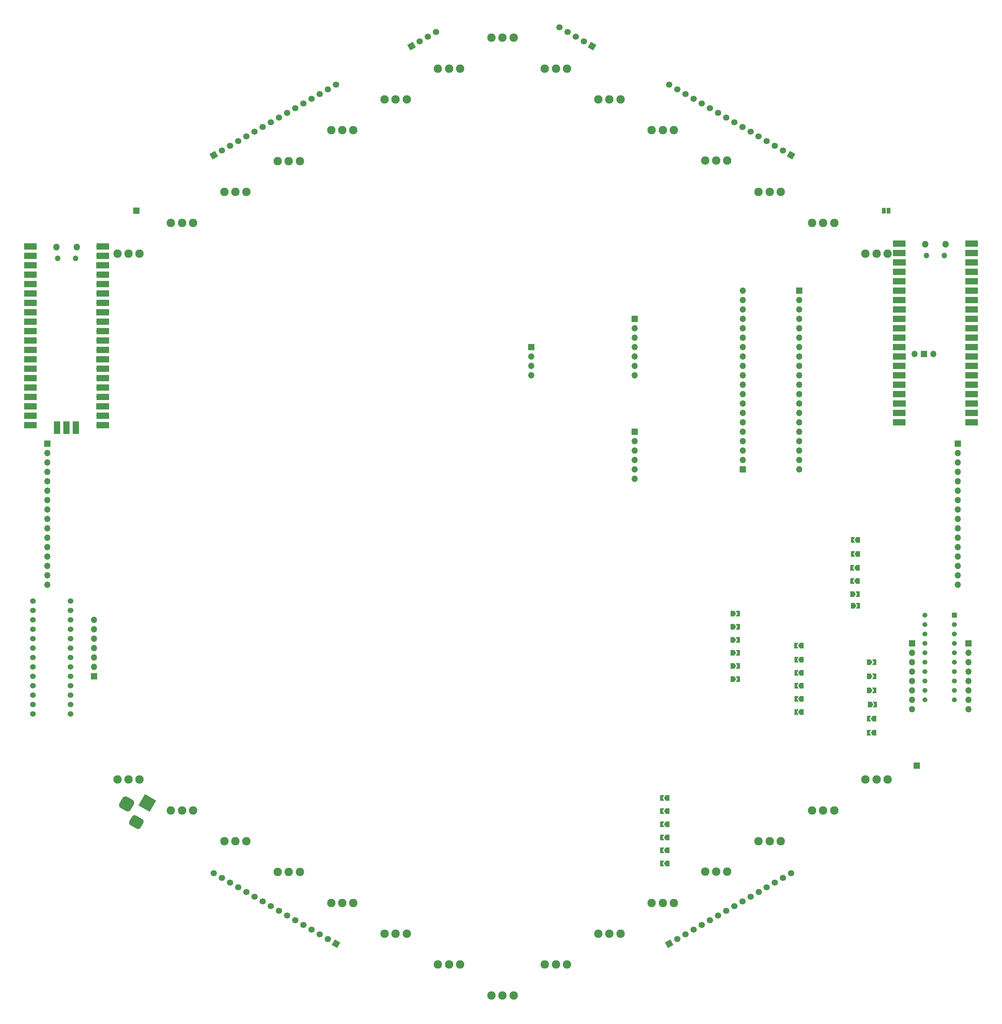
<source format=gbs>
%TF.GenerationSoftware,KiCad,Pcbnew,7.0.9*%
%TF.CreationDate,2024-01-04T00:39:50-06:00*%
%TF.ProjectId,HexDisplayPCB,48657844-6973-4706-9c61-795043422e6b,rev?*%
%TF.SameCoordinates,Original*%
%TF.FileFunction,Soldermask,Bot*%
%TF.FilePolarity,Negative*%
%FSLAX46Y46*%
G04 Gerber Fmt 4.6, Leading zero omitted, Abs format (unit mm)*
G04 Created by KiCad (PCBNEW 7.0.9) date 2024-01-04 00:39:50*
%MOMM*%
%LPD*%
G01*
G04 APERTURE LIST*
G04 Aperture macros list*
%AMRoundRect*
0 Rectangle with rounded corners*
0 $1 Rounding radius*
0 $2 $3 $4 $5 $6 $7 $8 $9 X,Y pos of 4 corners*
0 Add a 4 corners polygon primitive as box body*
4,1,4,$2,$3,$4,$5,$6,$7,$8,$9,$2,$3,0*
0 Add four circle primitives for the rounded corners*
1,1,$1+$1,$2,$3*
1,1,$1+$1,$4,$5*
1,1,$1+$1,$6,$7*
1,1,$1+$1,$8,$9*
0 Add four rect primitives between the rounded corners*
20,1,$1+$1,$2,$3,$4,$5,0*
20,1,$1+$1,$4,$5,$6,$7,0*
20,1,$1+$1,$6,$7,$8,$9,0*
20,1,$1+$1,$8,$9,$2,$3,0*%
%AMHorizOval*
0 Thick line with rounded ends*
0 $1 width*
0 $2 $3 position (X,Y) of the first rounded end (center of the circle)*
0 $4 $5 position (X,Y) of the second rounded end (center of the circle)*
0 Add line between two ends*
20,1,$1,$2,$3,$4,$5,0*
0 Add two circle primitives to create the rounded ends*
1,1,$1,$2,$3*
1,1,$1,$4,$5*%
%AMRotRect*
0 Rectangle, with rotation*
0 The origin of the aperture is its center*
0 $1 length*
0 $2 width*
0 $3 Rotation angle, in degrees counterclockwise*
0 Add horizontal line*
21,1,$1,$2,0,0,$3*%
%AMFreePoly0*
4,1,6,0.500000,-0.750000,-0.650000,-0.750000,-0.150000,0.000000,-0.650000,0.750000,0.500000,0.750000,0.500000,-0.750000,0.500000,-0.750000,$1*%
%AMFreePoly1*
4,1,6,1.000000,0.000000,0.500000,-0.750000,-0.500000,-0.750000,-0.500000,0.750000,0.500000,0.750000,1.000000,0.000000,1.000000,0.000000,$1*%
G04 Aperture macros list end*
%ADD10C,1.524000*%
%ADD11C,2.286000*%
%ADD12R,1.700000X1.700000*%
%ADD13O,1.700000X1.700000*%
%ADD14FreePoly0,0.000000*%
%ADD15FreePoly1,0.000000*%
%ADD16FreePoly0,180.000000*%
%ADD17FreePoly1,180.000000*%
%ADD18HorizOval,1.700000X0.000000X0.000000X0.000000X0.000000X0*%
%ADD19RotRect,1.700000X1.700000X60.000000*%
%ADD20RotRect,3.500000X3.500000X60.000000*%
%ADD21RoundRect,0.750000X0.491025X-1.149519X1.241025X0.149519X-0.491025X1.149519X-1.241025X-0.149519X0*%
%ADD22RoundRect,0.875000X0.320272X-1.195272X1.195272X0.320272X-0.320272X1.195272X-1.195272X-0.320272X0*%
%ADD23R,1.000000X1.500000*%
%ADD24RoundRect,0.102000X0.565000X0.565000X-0.565000X0.565000X-0.565000X-0.565000X0.565000X-0.565000X0*%
%ADD25C,1.334000*%
%ADD26HorizOval,1.700000X0.000000X0.000000X0.000000X0.000000X0*%
%ADD27RotRect,1.700000X1.700000X300.000000*%
%ADD28O,1.800000X1.800000*%
%ADD29O,1.500000X1.500000*%
%ADD30R,3.500000X1.700000*%
%ADD31R,1.700000X3.500000*%
G04 APERTURE END LIST*
D10*
%TO.C,U2*%
X224790000Y-234950000D03*
X224790000Y-237490000D03*
X224790000Y-240030000D03*
X224790000Y-242570000D03*
X224790000Y-245110000D03*
X224790000Y-247650000D03*
X224790000Y-250190000D03*
X224790000Y-252730000D03*
X224790000Y-252730000D03*
X224790000Y-255270000D03*
X224790000Y-257810000D03*
X224790000Y-260350000D03*
X224790000Y-262890000D03*
X224790000Y-265430000D03*
X214630000Y-234950000D03*
X214630000Y-237490000D03*
X214630000Y-240030000D03*
X214630000Y-242570000D03*
X214630000Y-245110000D03*
X214630000Y-247650000D03*
X214630000Y-250190000D03*
X214630000Y-252730000D03*
X214630000Y-255270000D03*
X214630000Y-257810000D03*
X214630000Y-260350000D03*
X214630000Y-262890000D03*
X214630000Y-265430000D03*
%TD*%
D11*
%TO.C,A12*%
X373398054Y-99446667D03*
X370398054Y-99446667D03*
X367398054Y-99446667D03*
X373398054Y-324746667D03*
X370398054Y-324746667D03*
X367398054Y-324746667D03*
%TD*%
%TO.C,A2*%
X257926054Y-132780000D03*
X254926054Y-132780000D03*
X251926054Y-132780000D03*
X257926054Y-291440000D03*
X254926054Y-291440000D03*
X251926054Y-291440000D03*
%TD*%
%TO.C,A4*%
X286794054Y-116113334D03*
X283794054Y-116113334D03*
X280794054Y-116113334D03*
X286794054Y-308093334D03*
X283794054Y-308093334D03*
X280794054Y-308093334D03*
%TD*%
%TO.C,A7*%
X330096054Y-91113334D03*
X327096054Y-91113334D03*
X324096054Y-91113334D03*
X330096054Y-333073334D03*
X327096054Y-333073334D03*
X324096054Y-333073334D03*
%TD*%
%TO.C,A3*%
X272360054Y-124446667D03*
X269360054Y-124446667D03*
X266360054Y-124446667D03*
X272360054Y-299766667D03*
X269360054Y-299766667D03*
X266360054Y-299766667D03*
%TD*%
%TO.C,A6*%
X315662054Y-99446667D03*
X312662054Y-99446667D03*
X309662054Y-99446667D03*
X315662054Y-324746667D03*
X312662054Y-324746667D03*
X309662054Y-324746667D03*
%TD*%
%TO.C,A17*%
X445568054Y-141113334D03*
X442568054Y-141113334D03*
X439568054Y-141113334D03*
X445568054Y-283113334D03*
X442568054Y-283113334D03*
X439568054Y-283113334D03*
%TD*%
%TO.C,A1*%
X243492054Y-141113334D03*
X240492054Y-141113334D03*
X237492054Y-141113334D03*
X243492054Y-283113334D03*
X240492054Y-283113334D03*
X237492054Y-283113334D03*
%TD*%
%TO.C,A15*%
X416700054Y-124446667D03*
X413700054Y-124446667D03*
X410700054Y-124446667D03*
X416700054Y-299766667D03*
X413700054Y-299766667D03*
X410700054Y-299766667D03*
%TD*%
%TO.C,A14*%
X402240000Y-115966500D03*
X399240000Y-115966500D03*
X396240000Y-115966500D03*
X402240000Y-307946500D03*
X399240000Y-307946500D03*
X396240000Y-307946500D03*
%TD*%
%TO.C,A16*%
X431134054Y-132780000D03*
X428134054Y-132780000D03*
X425134054Y-132780000D03*
X431134054Y-291440000D03*
X428134054Y-291440000D03*
X425134054Y-291440000D03*
%TD*%
%TO.C,A11*%
X358964054Y-91113334D03*
X355964054Y-91113334D03*
X352964054Y-91113334D03*
X358964054Y-333073334D03*
X355964054Y-333073334D03*
X352964054Y-333073334D03*
%TD*%
%TO.C,A8*%
X344530054Y-82780000D03*
X341530054Y-82780000D03*
X338530054Y-82780000D03*
X344530054Y-341400000D03*
X341530054Y-341400000D03*
X338530054Y-341400000D03*
%TD*%
%TO.C,A13*%
X387832054Y-107780000D03*
X384832054Y-107780000D03*
X381832054Y-107780000D03*
X387832054Y-316420000D03*
X384832054Y-316420000D03*
X381832054Y-316420000D03*
%TD*%
%TO.C,A5*%
X301228054Y-107780000D03*
X298228054Y-107780000D03*
X295228054Y-107780000D03*
X301228054Y-316420000D03*
X298228054Y-316420000D03*
X295228054Y-316420000D03*
%TD*%
D12*
%TO.C,J1*%
X406400000Y-199390000D03*
D13*
X406400000Y-196850000D03*
X406400000Y-194310000D03*
X406400000Y-191770000D03*
X406400000Y-189230000D03*
X406400000Y-186690000D03*
X406400000Y-184150000D03*
X406400000Y-181610000D03*
X406400000Y-179070000D03*
X406400000Y-176530000D03*
X406400000Y-173990000D03*
X406400000Y-171450000D03*
X406400000Y-168910000D03*
X406400000Y-166370000D03*
X406400000Y-163830000D03*
X406400000Y-161290000D03*
X406400000Y-158750000D03*
X406400000Y-156210000D03*
X406400000Y-153670000D03*
X406400000Y-151130000D03*
%TD*%
D14*
%TO.C,LED_DATA_IN-DATA_4*%
X405130000Y-248920000D03*
D15*
X403680000Y-248920000D03*
%TD*%
D12*
%TO.C,RTC1*%
X377190000Y-189230000D03*
D13*
X377190000Y-191770000D03*
X377190000Y-194310000D03*
X377190000Y-196850000D03*
X377190000Y-199390000D03*
X377190000Y-201930000D03*
%TD*%
D12*
%TO.C,LED_DATA_IN1*%
X242570000Y-129540000D03*
%TD*%
D16*
%TO.C,DATA_6_DISCONNECT_1*%
X384630000Y-305810000D03*
D17*
X386080000Y-305810000D03*
%TD*%
%TO.C,LED_DATA_OUT-DATA_6*%
X422365000Y-264910000D03*
D16*
X420915000Y-264910000D03*
%TD*%
D14*
%TO.C,LED_DATA_IN-DATA_6*%
X405130000Y-256020000D03*
D15*
X403680000Y-256020000D03*
%TD*%
D18*
%TO.C,J7*%
X386513339Y-95431368D03*
X388713044Y-96701368D03*
X390912748Y-97971368D03*
X393112453Y-99241368D03*
X395312157Y-100511368D03*
X397511862Y-101781368D03*
X399711566Y-103051368D03*
X401911271Y-104321368D03*
X404110975Y-105591368D03*
X406310680Y-106861368D03*
X408510384Y-108131368D03*
X410710089Y-109401368D03*
X412909793Y-110671368D03*
X415109498Y-111941368D03*
X417309202Y-113211368D03*
D19*
X419508907Y-114481368D03*
%TD*%
D12*
%TO.C,STEPPER_1-4*%
X452120000Y-246380000D03*
D13*
X452120000Y-248920000D03*
X452120000Y-251460000D03*
X452120000Y-254000000D03*
X452120000Y-256540000D03*
X452120000Y-259080000D03*
X452120000Y-261620000D03*
X452120000Y-264160000D03*
%TD*%
D18*
%TO.C,J4*%
X263550664Y-308411173D03*
X265750369Y-309681173D03*
X267950073Y-310951173D03*
X270149778Y-312221173D03*
X272349482Y-313491173D03*
X274549187Y-314761173D03*
X276748891Y-316031173D03*
X278948596Y-317301173D03*
X281148300Y-318571173D03*
X283348005Y-319841173D03*
X285547709Y-321111173D03*
X287747414Y-322381173D03*
X289947118Y-323651173D03*
X292146823Y-324921173D03*
X294346527Y-326191173D03*
D19*
X296546232Y-327461173D03*
%TD*%
D14*
%TO.C,LED_DATA_IN-DATA_1*%
X405130000Y-238270000D03*
D15*
X403680000Y-238270000D03*
%TD*%
D13*
%TO.C,J3*%
X464493692Y-230497106D03*
X464493692Y-227957106D03*
X464493692Y-225417106D03*
X464493692Y-222877106D03*
X464493692Y-220337106D03*
X464493692Y-217797106D03*
X464493692Y-215257106D03*
X464493692Y-212717106D03*
X464493692Y-210177106D03*
X464493692Y-207637106D03*
X464493692Y-205097106D03*
X464493692Y-202557106D03*
X464493692Y-200017106D03*
X464493692Y-197477106D03*
X464493692Y-194937106D03*
D12*
X464493692Y-192397106D03*
%TD*%
D17*
%TO.C,LED_DATA_OUT-DATA_3*%
X422365000Y-254260000D03*
D16*
X420915000Y-254260000D03*
%TD*%
D13*
%TO.C,J5*%
X218566052Y-230496439D03*
X218566052Y-227956439D03*
X218566052Y-225416439D03*
X218566052Y-222876439D03*
X218566052Y-220336439D03*
X218566052Y-217796439D03*
X218566052Y-215256439D03*
X218566052Y-212716439D03*
X218566052Y-210176439D03*
X218566052Y-207636439D03*
X218566052Y-205096439D03*
X218566052Y-202556439D03*
X218566052Y-200016439D03*
X218566052Y-197476439D03*
X218566052Y-194936439D03*
D12*
X218566052Y-192396439D03*
%TD*%
%TO.C,J2*%
X421640000Y-151130000D03*
D13*
X421640000Y-153670000D03*
X421640000Y-156210000D03*
X421640000Y-158750000D03*
X421640000Y-161290000D03*
X421640000Y-163830000D03*
X421640000Y-166370000D03*
X421640000Y-168910000D03*
X421640000Y-171450000D03*
X421640000Y-173990000D03*
X421640000Y-176530000D03*
X421640000Y-179070000D03*
X421640000Y-181610000D03*
X421640000Y-184150000D03*
X421640000Y-186690000D03*
X421640000Y-189230000D03*
X421640000Y-191770000D03*
X421640000Y-194310000D03*
X421640000Y-196850000D03*
X421640000Y-199390000D03*
%TD*%
D15*
%TO.C,PICO_DATAIN_5-STEPPER1*%
X436025000Y-233040000D03*
D14*
X437475000Y-233040000D03*
%TD*%
D16*
%TO.C,DATA_3_DISCONNECT_1*%
X384630000Y-295160000D03*
D17*
X386080000Y-295160000D03*
%TD*%
D15*
%TO.C,STEPPER-DATA_3*%
X440510000Y-259080000D03*
D14*
X441960000Y-259080000D03*
%TD*%
%TO.C,LED_DATA_IN-DATA_5*%
X405130000Y-252470000D03*
D15*
X403680000Y-252470000D03*
%TD*%
D14*
%TO.C,LED_DATA_IN-DATA_2*%
X405130000Y-241820000D03*
D15*
X403680000Y-241820000D03*
%TD*%
D16*
%TO.C,DATA_5_DISCONNECT_1*%
X384630000Y-302260000D03*
D17*
X386080000Y-302260000D03*
%TD*%
D20*
%TO.C,J30*%
X245570000Y-289443848D03*
D21*
X242570000Y-294640000D03*
D22*
X239999681Y-289691924D03*
%TD*%
D17*
%TO.C,STEPPER-DATA_5*%
X441960000Y-266700000D03*
D16*
X440510000Y-266700000D03*
%TD*%
D23*
%TO.C,PICO_5V_BREAKER1*%
X445800000Y-129540000D03*
X444500000Y-129540000D03*
%TD*%
D19*
%TO.C,AmbientLightSensor1*%
X365668818Y-85090000D03*
D18*
X363469113Y-83820000D03*
X361269409Y-82550000D03*
X359069704Y-81280000D03*
X356870000Y-80010000D03*
%TD*%
D12*
%TO.C,MAX98357*%
X377190000Y-158750000D03*
D13*
X377190000Y-161290000D03*
X377190000Y-163830000D03*
X377190000Y-166370000D03*
X377190000Y-168910000D03*
X377190000Y-171450000D03*
X377190000Y-173990000D03*
%TD*%
D17*
%TO.C,LED_DATA_OUT-DATA_4*%
X422365000Y-257810000D03*
D16*
X420915000Y-257810000D03*
%TD*%
%TO.C,PICO_DATAIN_3-STEPPER1*%
X436025000Y-225940000D03*
D17*
X437475000Y-225940000D03*
%TD*%
D24*
%TO.C,U1*%
X463550000Y-238760000D03*
D25*
X463550000Y-241300000D03*
X463550000Y-243840000D03*
X463550000Y-246380000D03*
X463550000Y-248920000D03*
X463550000Y-251460000D03*
X463550000Y-254000000D03*
X463550000Y-256540000D03*
X463550000Y-259080000D03*
X463550000Y-261620000D03*
X455610000Y-261620000D03*
X455610000Y-259080000D03*
X455610000Y-256540000D03*
X455610000Y-254000000D03*
X455610000Y-251460000D03*
X455610000Y-248920000D03*
X455610000Y-246380000D03*
X455610000Y-243840000D03*
X455610000Y-241300000D03*
X455610000Y-238760000D03*
%TD*%
D16*
%TO.C,DATA_1_DISCONNECT_1*%
X384630000Y-288060000D03*
D17*
X386080000Y-288060000D03*
%TD*%
D15*
%TO.C,STEPPER-DATA_4*%
X440690000Y-262890000D03*
D14*
X442140000Y-262890000D03*
%TD*%
D17*
%TO.C,LED_DATA_OUT-DATA_5*%
X422365000Y-261360000D03*
D16*
X420915000Y-261360000D03*
%TD*%
D12*
%TO.C,LED_DATA_OUT1*%
X453390000Y-279400000D03*
%TD*%
D16*
%TO.C,PICO_DATAIN_4-STEPPER1*%
X436025000Y-229490000D03*
D17*
X437475000Y-229490000D03*
%TD*%
D26*
%TO.C,J8*%
X419509543Y-308412485D03*
X417309838Y-309682485D03*
X415110134Y-310952485D03*
X412910429Y-312222485D03*
X410710725Y-313492485D03*
X408511020Y-314762485D03*
X406311316Y-316032485D03*
X404111611Y-317302485D03*
X401911907Y-318572485D03*
X399712202Y-319842485D03*
X397512498Y-321112485D03*
X395312793Y-322382485D03*
X393113089Y-323652485D03*
X390913384Y-324922485D03*
X388713680Y-326192485D03*
D27*
X386513975Y-327462485D03*
%TD*%
D17*
%TO.C,STEPPER-DATA_6*%
X441960000Y-270510000D03*
D16*
X440510000Y-270510000D03*
%TD*%
%TO.C,DATA_4_DISCONNECT_1*%
X384630000Y-298710000D03*
D17*
X386080000Y-298710000D03*
%TD*%
D26*
%TO.C,J6*%
X296546160Y-95431217D03*
X294346455Y-96701217D03*
X292146751Y-97971217D03*
X289947046Y-99241217D03*
X287747342Y-100511217D03*
X285547637Y-101781217D03*
X283347933Y-103051217D03*
X281148228Y-104321217D03*
X278948524Y-105591217D03*
X276748819Y-106861217D03*
X274549115Y-108131217D03*
X272349410Y-109401217D03*
X270149706Y-110671217D03*
X267950001Y-111941217D03*
X265750297Y-113211217D03*
D27*
X263550592Y-114481217D03*
%TD*%
D14*
%TO.C,LED_DATA_IN-DATA_3*%
X405130000Y-245370000D03*
D15*
X403680000Y-245370000D03*
%TD*%
D27*
%TO.C,I2CBreakout1*%
X316910591Y-85090000D03*
D26*
X319110296Y-83820000D03*
X321310000Y-82550000D03*
X323509705Y-81280000D03*
%TD*%
D15*
%TO.C,STEPPER-DATA_2*%
X440510000Y-255270000D03*
D14*
X441960000Y-255270000D03*
%TD*%
D12*
%TO.C,Keypad1*%
X231140000Y-255270000D03*
D13*
X231140000Y-252730000D03*
X231140000Y-250190000D03*
X231140000Y-247650000D03*
X231140000Y-245110000D03*
X231140000Y-242570000D03*
X231140000Y-240030000D03*
%TD*%
D16*
%TO.C,DATA_2_DISCONNECT_1*%
X384630000Y-291610000D03*
D17*
X386080000Y-291610000D03*
%TD*%
D16*
%TO.C,PICO_DATAIN_1-STEPPER1*%
X436155000Y-218440000D03*
D17*
X437605000Y-218440000D03*
%TD*%
D28*
%TO.C,PicoProbe1*%
X226485000Y-139325000D03*
D29*
X226185000Y-142355000D03*
X221335000Y-142355000D03*
D28*
X221035000Y-139325000D03*
D13*
X232650000Y-139195000D03*
D30*
X233550000Y-139195000D03*
D13*
X232650000Y-141735000D03*
D30*
X233550000Y-141735000D03*
D12*
X232650000Y-144275000D03*
D30*
X233550000Y-144275000D03*
D13*
X232650000Y-146815000D03*
D30*
X233550000Y-146815000D03*
D13*
X232650000Y-149355000D03*
D30*
X233550000Y-149355000D03*
D13*
X232650000Y-151895000D03*
D30*
X233550000Y-151895000D03*
D13*
X232650000Y-154435000D03*
D30*
X233550000Y-154435000D03*
D12*
X232650000Y-156975000D03*
D30*
X233550000Y-156975000D03*
D13*
X232650000Y-159515000D03*
D30*
X233550000Y-159515000D03*
D13*
X232650000Y-162055000D03*
D30*
X233550000Y-162055000D03*
D13*
X232650000Y-164595000D03*
D30*
X233550000Y-164595000D03*
D13*
X232650000Y-167135000D03*
D30*
X233550000Y-167135000D03*
D12*
X232650000Y-169675000D03*
D30*
X233550000Y-169675000D03*
D13*
X232650000Y-172215000D03*
D30*
X233550000Y-172215000D03*
D13*
X232650000Y-174755000D03*
D30*
X233550000Y-174755000D03*
D13*
X232650000Y-177295000D03*
D30*
X233550000Y-177295000D03*
D13*
X232650000Y-179835000D03*
D30*
X233550000Y-179835000D03*
D12*
X232650000Y-182375000D03*
D30*
X233550000Y-182375000D03*
D13*
X232650000Y-184915000D03*
D30*
X233550000Y-184915000D03*
D13*
X232650000Y-187455000D03*
D30*
X233550000Y-187455000D03*
D13*
X214870000Y-187455000D03*
D30*
X213970000Y-187455000D03*
D13*
X214870000Y-184915000D03*
D30*
X213970000Y-184915000D03*
D12*
X214870000Y-182375000D03*
D30*
X213970000Y-182375000D03*
D13*
X214870000Y-179835000D03*
D30*
X213970000Y-179835000D03*
D13*
X214870000Y-177295000D03*
D30*
X213970000Y-177295000D03*
D13*
X214870000Y-174755000D03*
D30*
X213970000Y-174755000D03*
D13*
X214870000Y-172215000D03*
D30*
X213970000Y-172215000D03*
D12*
X214870000Y-169675000D03*
D30*
X213970000Y-169675000D03*
D13*
X214870000Y-167135000D03*
D30*
X213970000Y-167135000D03*
D13*
X214870000Y-164595000D03*
D30*
X213970000Y-164595000D03*
D13*
X214870000Y-162055000D03*
D30*
X213970000Y-162055000D03*
D13*
X214870000Y-159515000D03*
D30*
X213970000Y-159515000D03*
D12*
X214870000Y-156975000D03*
D30*
X213970000Y-156975000D03*
D13*
X214870000Y-154435000D03*
D30*
X213970000Y-154435000D03*
D13*
X214870000Y-151895000D03*
D30*
X213970000Y-151895000D03*
D13*
X214870000Y-149355000D03*
D30*
X213970000Y-149355000D03*
D13*
X214870000Y-146815000D03*
D30*
X213970000Y-146815000D03*
D12*
X214870000Y-144275000D03*
D30*
X213970000Y-144275000D03*
D13*
X214870000Y-141735000D03*
D30*
X213970000Y-141735000D03*
D13*
X214870000Y-139195000D03*
D30*
X213970000Y-139195000D03*
D13*
X226300000Y-187225000D03*
D31*
X226300000Y-188125000D03*
D12*
X223760000Y-187225000D03*
D31*
X223760000Y-188125000D03*
D13*
X221220000Y-187225000D03*
D31*
X221220000Y-188125000D03*
%TD*%
D12*
%TO.C,STEPPER_4-8*%
X467360000Y-246380000D03*
D13*
X467360000Y-248920000D03*
X467360000Y-251460000D03*
X467360000Y-254000000D03*
X467360000Y-256540000D03*
X467360000Y-259080000D03*
X467360000Y-261620000D03*
X467360000Y-264160000D03*
%TD*%
D12*
%TO.C,MAX98357_BREAKOUT1*%
X349250000Y-166370000D03*
D13*
X349250000Y-168910000D03*
X349250000Y-171450000D03*
X349250000Y-173990000D03*
%TD*%
D17*
%TO.C,LED_DATA_OUT-DATA_2*%
X422365000Y-250710000D03*
D16*
X420915000Y-250710000D03*
%TD*%
D14*
%TO.C,PICO_DATAIN_6-STEPPER1*%
X437605000Y-236220000D03*
D15*
X436155000Y-236220000D03*
%TD*%
D17*
%TO.C,LED_DATA_OUT-DATA_1*%
X422315000Y-246960000D03*
D16*
X420865000Y-246960000D03*
%TD*%
D28*
%TO.C,MasterControlPico1*%
X461195000Y-138560000D03*
D29*
X460895000Y-141590000D03*
X456045000Y-141590000D03*
D28*
X455745000Y-138560000D03*
D13*
X467360000Y-138430000D03*
D30*
X468260000Y-138430000D03*
D13*
X467360000Y-140970000D03*
D30*
X468260000Y-140970000D03*
D12*
X467360000Y-143510000D03*
D30*
X468260000Y-143510000D03*
D13*
X467360000Y-146050000D03*
D30*
X468260000Y-146050000D03*
D13*
X467360000Y-148590000D03*
D30*
X468260000Y-148590000D03*
D13*
X467360000Y-151130000D03*
D30*
X468260000Y-151130000D03*
D13*
X467360000Y-153670000D03*
D30*
X468260000Y-153670000D03*
D12*
X467360000Y-156210000D03*
D30*
X468260000Y-156210000D03*
D13*
X467360000Y-158750000D03*
D30*
X468260000Y-158750000D03*
D13*
X467360000Y-161290000D03*
D30*
X468260000Y-161290000D03*
D13*
X467360000Y-163830000D03*
D30*
X468260000Y-163830000D03*
D13*
X467360000Y-166370000D03*
D30*
X468260000Y-166370000D03*
D12*
X467360000Y-168910000D03*
D30*
X468260000Y-168910000D03*
D13*
X467360000Y-171450000D03*
D30*
X468260000Y-171450000D03*
D13*
X467360000Y-173990000D03*
D30*
X468260000Y-173990000D03*
D13*
X467360000Y-176530000D03*
D30*
X468260000Y-176530000D03*
D13*
X467360000Y-179070000D03*
D30*
X468260000Y-179070000D03*
D12*
X467360000Y-181610000D03*
D30*
X468260000Y-181610000D03*
D13*
X467360000Y-184150000D03*
D30*
X468260000Y-184150000D03*
D13*
X467360000Y-186690000D03*
D30*
X468260000Y-186690000D03*
D13*
X449580000Y-186690000D03*
D30*
X448680000Y-186690000D03*
D13*
X449580000Y-184150000D03*
D30*
X448680000Y-184150000D03*
D12*
X449580000Y-181610000D03*
D30*
X448680000Y-181610000D03*
D13*
X449580000Y-179070000D03*
D30*
X448680000Y-179070000D03*
D13*
X449580000Y-176530000D03*
D30*
X448680000Y-176530000D03*
D13*
X449580000Y-173990000D03*
D30*
X448680000Y-173990000D03*
D13*
X449580000Y-171450000D03*
D30*
X448680000Y-171450000D03*
D12*
X449580000Y-168910000D03*
D30*
X448680000Y-168910000D03*
D13*
X449580000Y-166370000D03*
D30*
X448680000Y-166370000D03*
D13*
X449580000Y-163830000D03*
D30*
X448680000Y-163830000D03*
D13*
X449580000Y-161290000D03*
D30*
X448680000Y-161290000D03*
D13*
X449580000Y-158750000D03*
D30*
X448680000Y-158750000D03*
D12*
X449580000Y-156210000D03*
D30*
X448680000Y-156210000D03*
D13*
X449580000Y-153670000D03*
D30*
X448680000Y-153670000D03*
D13*
X449580000Y-151130000D03*
D30*
X448680000Y-151130000D03*
D13*
X449580000Y-148590000D03*
D30*
X448680000Y-148590000D03*
D13*
X449580000Y-146050000D03*
D30*
X448680000Y-146050000D03*
D12*
X449580000Y-143510000D03*
D30*
X448680000Y-143510000D03*
D13*
X449580000Y-140970000D03*
D30*
X448680000Y-140970000D03*
D13*
X449580000Y-138430000D03*
D30*
X448680000Y-138430000D03*
D13*
X457885900Y-168160000D03*
D12*
X455345900Y-168160000D03*
D13*
X452805900Y-168160000D03*
%TD*%
D15*
%TO.C,STEPPER-DATA_1*%
X440510000Y-251460000D03*
D14*
X441960000Y-251460000D03*
%TD*%
D16*
%TO.C,PICO_DATAIN_2-STEPPER1*%
X436155000Y-222250000D03*
D17*
X437605000Y-222250000D03*
%TD*%
M02*

</source>
